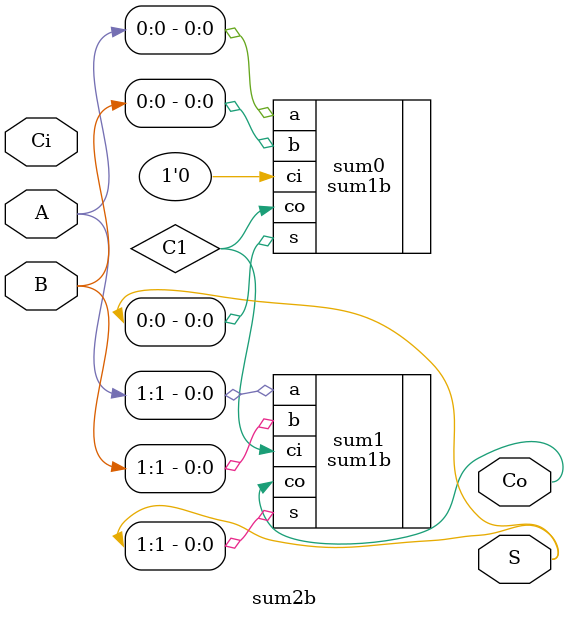
<source format=v>
`include "sum_1_bit.v"

module sum2b(A, B, Ci, S, Co);


input [1:0] A;
input [1:0] B;
input Ci;
output [1:0] S;   
output Co;

wire C1;


sum1b sum0(.a(A[0]), .b(B[0]), .ci(1'b0), .s(S[0]), .co(C1));
sum1b sum1(.a(A[1]), .b(B[1]), .ci(C1), .s(S[1]), .co(Co));


endmodule
</source>
